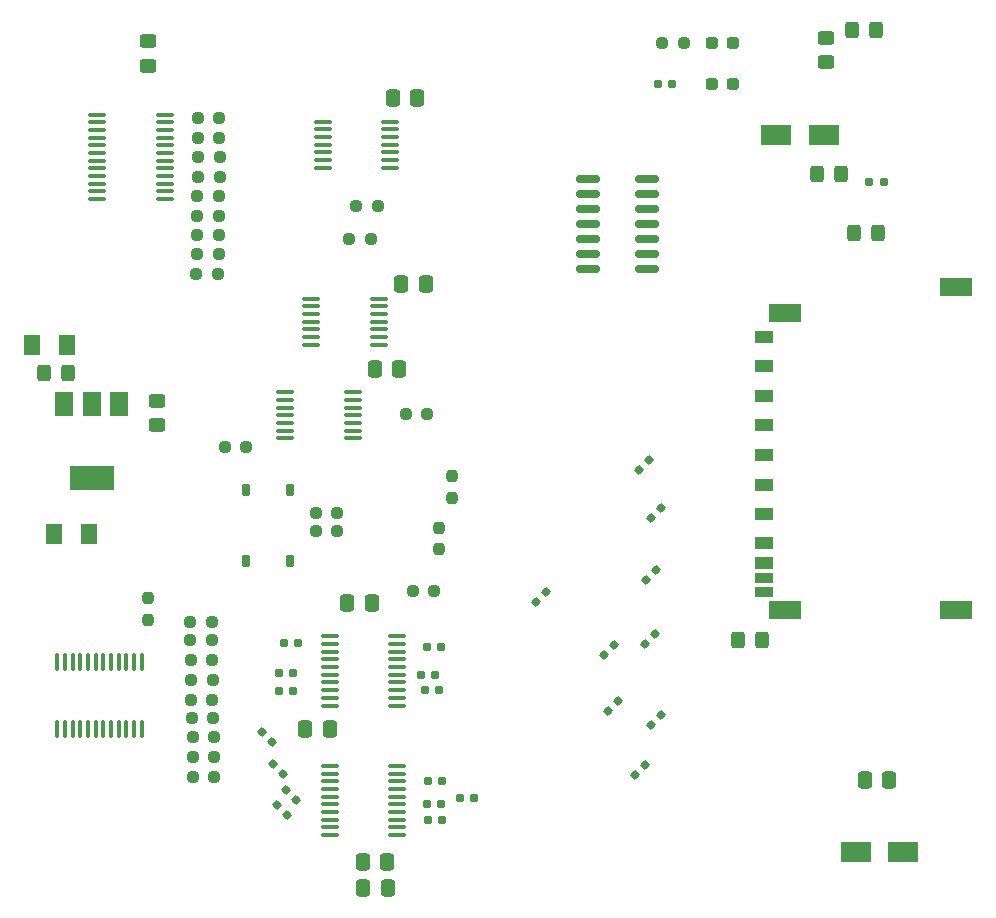
<source format=gbr>
%TF.GenerationSoftware,KiCad,Pcbnew,6.0.5-a6ca702e91~116~ubuntu21.10.1*%
%TF.CreationDate,2023-01-25T15:23:37-07:00*%
%TF.ProjectId,Desktop_50_Pin_TopConn,4465736b-746f-4705-9f35-305f50696e5f,rev?*%
%TF.SameCoordinates,Original*%
%TF.FileFunction,Paste,Top*%
%TF.FilePolarity,Positive*%
%FSLAX46Y46*%
G04 Gerber Fmt 4.6, Leading zero omitted, Abs format (unit mm)*
G04 Created by KiCad (PCBNEW 6.0.5-a6ca702e91~116~ubuntu21.10.1) date 2023-01-25 15:23:37*
%MOMM*%
%LPD*%
G01*
G04 APERTURE LIST*
G04 Aperture macros list*
%AMRoundRect*
0 Rectangle with rounded corners*
0 $1 Rounding radius*
0 $2 $3 $4 $5 $6 $7 $8 $9 X,Y pos of 4 corners*
0 Add a 4 corners polygon primitive as box body*
4,1,4,$2,$3,$4,$5,$6,$7,$8,$9,$2,$3,0*
0 Add four circle primitives for the rounded corners*
1,1,$1+$1,$2,$3*
1,1,$1+$1,$4,$5*
1,1,$1+$1,$6,$7*
1,1,$1+$1,$8,$9*
0 Add four rect primitives between the rounded corners*
20,1,$1+$1,$2,$3,$4,$5,0*
20,1,$1+$1,$4,$5,$6,$7,0*
20,1,$1+$1,$6,$7,$8,$9,0*
20,1,$1+$1,$8,$9,$2,$3,0*%
G04 Aperture macros list end*
%ADD10RoundRect,0.250001X0.462499X0.624999X-0.462499X0.624999X-0.462499X-0.624999X0.462499X-0.624999X0*%
%ADD11R,1.500000X2.000000*%
%ADD12R,3.800000X2.000000*%
%ADD13RoundRect,0.250000X-0.325000X-0.450000X0.325000X-0.450000X0.325000X0.450000X-0.325000X0.450000X0*%
%ADD14RoundRect,0.250000X0.450000X-0.325000X0.450000X0.325000X-0.450000X0.325000X-0.450000X-0.325000X0*%
%ADD15RoundRect,0.250000X0.325000X0.450000X-0.325000X0.450000X-0.325000X-0.450000X0.325000X-0.450000X0*%
%ADD16R,1.500000X0.960000*%
%ADD17R,1.500000X1.100000*%
%ADD18R,2.800000X1.500000*%
%ADD19R,2.500000X1.800000*%
%ADD20RoundRect,0.160000X0.026517X0.252791X-0.252791X-0.026517X-0.026517X-0.252791X0.252791X0.026517X0*%
%ADD21RoundRect,0.237500X-0.250000X-0.237500X0.250000X-0.237500X0.250000X0.237500X-0.250000X0.237500X0*%
%ADD22RoundRect,0.160000X-0.197500X-0.160000X0.197500X-0.160000X0.197500X0.160000X-0.197500X0.160000X0*%
%ADD23RoundRect,0.100000X-0.100000X0.637500X-0.100000X-0.637500X0.100000X-0.637500X0.100000X0.637500X0*%
%ADD24RoundRect,0.160000X0.197500X0.160000X-0.197500X0.160000X-0.197500X-0.160000X0.197500X-0.160000X0*%
%ADD25RoundRect,0.250000X0.337500X0.475000X-0.337500X0.475000X-0.337500X-0.475000X0.337500X-0.475000X0*%
%ADD26RoundRect,0.100000X-0.637500X-0.100000X0.637500X-0.100000X0.637500X0.100000X-0.637500X0.100000X0*%
%ADD27RoundRect,0.250000X-0.337500X-0.475000X0.337500X-0.475000X0.337500X0.475000X-0.337500X0.475000X0*%
%ADD28RoundRect,0.100000X0.637500X0.100000X-0.637500X0.100000X-0.637500X-0.100000X0.637500X-0.100000X0*%
%ADD29RoundRect,0.160000X0.252791X-0.026517X-0.026517X0.252791X-0.252791X0.026517X0.026517X-0.252791X0*%
%ADD30RoundRect,0.237500X0.250000X0.237500X-0.250000X0.237500X-0.250000X-0.237500X0.250000X-0.237500X0*%
%ADD31RoundRect,0.237500X0.237500X-0.250000X0.237500X0.250000X-0.237500X0.250000X-0.237500X-0.250000X0*%
%ADD32RoundRect,0.237500X0.287500X0.237500X-0.287500X0.237500X-0.287500X-0.237500X0.287500X-0.237500X0*%
%ADD33RoundRect,0.237500X-0.237500X0.250000X-0.237500X-0.250000X0.237500X-0.250000X0.237500X0.250000X0*%
%ADD34RoundRect,0.187500X0.187500X-0.312500X0.187500X0.312500X-0.187500X0.312500X-0.187500X-0.312500X0*%
%ADD35RoundRect,0.150000X0.825000X0.150000X-0.825000X0.150000X-0.825000X-0.150000X0.825000X-0.150000X0*%
G04 APERTURE END LIST*
D10*
%TO.C,C3*%
X116041500Y-93167200D03*
X113066500Y-93167200D03*
%TD*%
%TO.C,C4*%
X117870300Y-109118400D03*
X114895300Y-109118400D03*
%TD*%
D11*
%TO.C,U3*%
X120393220Y-98146920D03*
X118093220Y-98146920D03*
D12*
X118093220Y-104446920D03*
D11*
X115793220Y-98146920D03*
%TD*%
D13*
%TO.C,C7*%
X182658800Y-83667600D03*
X184708800Y-83667600D03*
%TD*%
D14*
%TO.C,C1*%
X122885200Y-69503400D03*
X122885200Y-67453400D03*
%TD*%
D15*
%TO.C,C2*%
X116078000Y-95554800D03*
X114028000Y-95554800D03*
%TD*%
D14*
%TO.C,C5*%
X123596400Y-99941600D03*
X123596400Y-97891600D03*
%TD*%
D13*
%TO.C,C6*%
X179476400Y-78638400D03*
X181526400Y-78638400D03*
%TD*%
%TO.C,C12*%
X172812600Y-118110000D03*
X174862600Y-118110000D03*
%TD*%
D16*
%TO.C,SD1*%
X175011080Y-114095780D03*
X175011080Y-112895780D03*
D17*
X175011080Y-111595780D03*
X175011080Y-109895780D03*
X175011080Y-107465780D03*
X175011080Y-104965780D03*
X175011080Y-102465780D03*
X175011080Y-99965780D03*
X175011080Y-97465780D03*
X175011080Y-94965780D03*
X175011080Y-92465780D03*
D18*
X176811080Y-115555780D03*
X176811080Y-90455780D03*
X191311080Y-115555780D03*
X191311080Y-88255780D03*
%TD*%
D19*
%TO.C,D1*%
X176070760Y-75410060D03*
X180070760Y-75410060D03*
%TD*%
%TO.C,D2*%
X186780000Y-136060000D03*
X182780000Y-136060000D03*
%TD*%
D20*
%TO.C,R42*%
X164963696Y-128711104D03*
X164118704Y-129556096D03*
%TD*%
D21*
%TO.C,R56*%
X166422700Y-67564000D03*
X168247700Y-67564000D03*
%TD*%
D22*
%TO.C,R30*%
X166077300Y-71069200D03*
X167272300Y-71069200D03*
%TD*%
D23*
%TO.C,U2*%
X122345400Y-119971900D03*
X121695400Y-119971900D03*
X121045400Y-119971900D03*
X120395400Y-119971900D03*
X119745400Y-119971900D03*
X119095400Y-119971900D03*
X118445400Y-119971900D03*
X117795400Y-119971900D03*
X117145400Y-119971900D03*
X116495400Y-119971900D03*
X115845400Y-119971900D03*
X115195400Y-119971900D03*
X115195400Y-125696900D03*
X115845400Y-125696900D03*
X116495400Y-125696900D03*
X117145400Y-125696900D03*
X117795400Y-125696900D03*
X118445400Y-125696900D03*
X119095400Y-125696900D03*
X119745400Y-125696900D03*
X120395400Y-125696900D03*
X121045400Y-125696900D03*
X121695400Y-125696900D03*
X122345400Y-125696900D03*
%TD*%
D24*
%TO.C,R54*%
X135178800Y-120954800D03*
X133983800Y-120954800D03*
%TD*%
D21*
%TO.C,R39*%
X126595500Y-124764800D03*
X128420500Y-124764800D03*
%TD*%
D20*
%TO.C,R16*%
X162322096Y-118551104D03*
X161477104Y-119396096D03*
%TD*%
D21*
%TO.C,R4*%
X127052700Y-83820000D03*
X128877700Y-83820000D03*
%TD*%
D24*
%TO.C,R50*%
X147511100Y-122377200D03*
X146316100Y-122377200D03*
%TD*%
D25*
%TO.C,C16*%
X185644700Y-129997200D03*
X183569700Y-129997200D03*
%TD*%
D21*
%TO.C,R33*%
X126495800Y-119837200D03*
X128320800Y-119837200D03*
%TD*%
D22*
%TO.C,R57*%
X183958900Y-79349600D03*
X185153900Y-79349600D03*
%TD*%
D21*
%TO.C,R36*%
X126646300Y-129743200D03*
X128471300Y-129743200D03*
%TD*%
D26*
%TO.C,U1*%
X118549500Y-73641000D03*
X118549500Y-74291000D03*
X118549500Y-74941000D03*
X118549500Y-75591000D03*
X118549500Y-76241000D03*
X118549500Y-76891000D03*
X118549500Y-77541000D03*
X118549500Y-78191000D03*
X118549500Y-78841000D03*
X118549500Y-79491000D03*
X118549500Y-80141000D03*
X118549500Y-80791000D03*
X124274500Y-80791000D03*
X124274500Y-80141000D03*
X124274500Y-79491000D03*
X124274500Y-78841000D03*
X124274500Y-78191000D03*
X124274500Y-77541000D03*
X124274500Y-76891000D03*
X124274500Y-76241000D03*
X124274500Y-75591000D03*
X124274500Y-74941000D03*
X124274500Y-74291000D03*
X124274500Y-73641000D03*
%TD*%
D21*
%TO.C,R5*%
X127052700Y-82194400D03*
X128877700Y-82194400D03*
%TD*%
%TO.C,R35*%
X126445000Y-116586000D03*
X128270000Y-116586000D03*
%TD*%
%TO.C,R1*%
X126546600Y-121513600D03*
X128371600Y-121513600D03*
%TD*%
D27*
%TO.C,C8*%
X141050100Y-136956800D03*
X143125100Y-136956800D03*
%TD*%
D21*
%TO.C,R38*%
X126646300Y-126339600D03*
X128471300Y-126339600D03*
%TD*%
D20*
%TO.C,R17*%
X165760400Y-117652800D03*
X164915408Y-118497792D03*
%TD*%
D21*
%TO.C,R9*%
X127105400Y-78892400D03*
X128930400Y-78892400D03*
%TD*%
D20*
%TO.C,R13*%
X156581696Y-114029904D03*
X155736704Y-114874896D03*
%TD*%
D13*
%TO.C,F3*%
X182455600Y-66497200D03*
X184505600Y-66497200D03*
%TD*%
D21*
%TO.C,R40*%
X126493900Y-123240800D03*
X128318900Y-123240800D03*
%TD*%
D24*
%TO.C,R45*%
X147765100Y-130098800D03*
X146570100Y-130098800D03*
%TD*%
D28*
%TO.C,U4*%
X143984900Y-134649400D03*
X143984900Y-133999400D03*
X143984900Y-133349400D03*
X143984900Y-132699400D03*
X143984900Y-132049400D03*
X143984900Y-131399400D03*
X143984900Y-130749400D03*
X143984900Y-130099400D03*
X143984900Y-129449400D03*
X143984900Y-128799400D03*
X138259900Y-128799400D03*
X138259900Y-129449400D03*
X138259900Y-130099400D03*
X138259900Y-130749400D03*
X138259900Y-131399400D03*
X138259900Y-132049400D03*
X138259900Y-132699400D03*
X138259900Y-133349400D03*
X138259900Y-133999400D03*
X138259900Y-134649400D03*
%TD*%
D20*
%TO.C,R18*%
X162642992Y-123310208D03*
X161798000Y-124155200D03*
%TD*%
D29*
%TO.C,R47*%
X135432800Y-131673600D03*
X134587808Y-130828608D03*
%TD*%
D27*
%TO.C,C15*%
X139729300Y-115011200D03*
X141804300Y-115011200D03*
%TD*%
D25*
%TO.C,C14*%
X145686600Y-72237600D03*
X143611600Y-72237600D03*
%TD*%
D24*
%TO.C,R53*%
X135178800Y-122428000D03*
X133983800Y-122428000D03*
%TD*%
D30*
%TO.C,R31*%
X138887200Y-108915200D03*
X137062200Y-108915200D03*
%TD*%
D21*
%TO.C,R3*%
X127054600Y-85445600D03*
X128879600Y-85445600D03*
%TD*%
D20*
%TO.C,R15*%
X165912800Y-112217200D03*
X165067808Y-113062192D03*
%TD*%
D30*
%TO.C,R32*%
X138887200Y-107340400D03*
X137062200Y-107340400D03*
%TD*%
D21*
%TO.C,R7*%
X127103500Y-75590400D03*
X128928500Y-75590400D03*
%TD*%
D24*
%TO.C,R43*%
X147675600Y-132029200D03*
X146480600Y-132029200D03*
%TD*%
D29*
%TO.C,R49*%
X133382192Y-126727392D03*
X132537200Y-125882400D03*
%TD*%
D21*
%TO.C,R8*%
X127105400Y-77266800D03*
X128930400Y-77266800D03*
%TD*%
%TO.C,R2*%
X126953000Y-87122000D03*
X128778000Y-87122000D03*
%TD*%
D31*
%TO.C,R27*%
X148590000Y-106066600D03*
X148590000Y-104241600D03*
%TD*%
D24*
%TO.C,R55*%
X135585200Y-118364000D03*
X134390200Y-118364000D03*
%TD*%
D20*
%TO.C,R12*%
X165303200Y-102870000D03*
X164458208Y-103714992D03*
%TD*%
D24*
%TO.C,R51*%
X147155500Y-121056400D03*
X145960500Y-121056400D03*
%TD*%
D20*
%TO.C,R19*%
X166268400Y-124460000D03*
X165423408Y-125304992D03*
%TD*%
D27*
%TO.C,C10*%
X141079400Y-139090400D03*
X143154400Y-139090400D03*
%TD*%
D30*
%TO.C,R24*%
X131214500Y-101752400D03*
X129389500Y-101752400D03*
%TD*%
D32*
%TO.C,D4*%
X172375800Y-67564000D03*
X170625800Y-67564000D03*
%TD*%
D25*
%TO.C,C9*%
X144162600Y-95148400D03*
X142087600Y-95148400D03*
%TD*%
D21*
%TO.C,R10*%
X127054600Y-80568800D03*
X128879600Y-80568800D03*
%TD*%
%TO.C,R34*%
X126443100Y-118160800D03*
X128268100Y-118160800D03*
%TD*%
D33*
%TO.C,R26*%
X147472400Y-108610400D03*
X147472400Y-110435400D03*
%TD*%
D32*
%TO.C,D3*%
X172375800Y-71069200D03*
X170625800Y-71069200D03*
%TD*%
D26*
%TO.C,U7*%
X136685100Y-89236000D03*
X136685100Y-89886000D03*
X136685100Y-90536000D03*
X136685100Y-91186000D03*
X136685100Y-91836000D03*
X136685100Y-92486000D03*
X136685100Y-93136000D03*
X142410100Y-93136000D03*
X142410100Y-92486000D03*
X142410100Y-91836000D03*
X142410100Y-91186000D03*
X142410100Y-90536000D03*
X142410100Y-89886000D03*
X142410100Y-89236000D03*
%TD*%
D21*
%TO.C,R37*%
X126646300Y-128066800D03*
X128471300Y-128066800D03*
%TD*%
D34*
%TO.C,SW1*%
X131153300Y-105458000D03*
X131153300Y-111458000D03*
X134903300Y-105458000D03*
X134903300Y-111458000D03*
%TD*%
D14*
%TO.C,F2*%
X180238400Y-69189600D03*
X180238400Y-67139600D03*
%TD*%
D31*
%TO.C,R41*%
X122834400Y-116431700D03*
X122834400Y-114606700D03*
%TD*%
D35*
%TO.C,U8*%
X165100000Y-86715600D03*
X165100000Y-85445600D03*
X165100000Y-84175600D03*
X165100000Y-82905600D03*
X165100000Y-81635600D03*
X165100000Y-80365600D03*
X165100000Y-79095600D03*
X160150000Y-79095600D03*
X160150000Y-80365600D03*
X160150000Y-81635600D03*
X160150000Y-82905600D03*
X160150000Y-84175600D03*
X160150000Y-85445600D03*
X160150000Y-86715600D03*
%TD*%
D21*
%TO.C,R23*%
X144678400Y-99009200D03*
X146503400Y-99009200D03*
%TD*%
%TO.C,R25*%
X145291800Y-113995200D03*
X147116800Y-113995200D03*
%TD*%
D26*
%TO.C,U5*%
X134500700Y-97160800D03*
X134500700Y-97810800D03*
X134500700Y-98460800D03*
X134500700Y-99110800D03*
X134500700Y-99760800D03*
X134500700Y-100410800D03*
X134500700Y-101060800D03*
X140225700Y-101060800D03*
X140225700Y-100410800D03*
X140225700Y-99760800D03*
X140225700Y-99110800D03*
X140225700Y-98460800D03*
X140225700Y-97810800D03*
X140225700Y-97160800D03*
%TD*%
D20*
%TO.C,R14*%
X166319200Y-106934000D03*
X165474208Y-107778992D03*
%TD*%
D28*
%TO.C,U9*%
X143984900Y-123676600D03*
X143984900Y-123026600D03*
X143984900Y-122376600D03*
X143984900Y-121726600D03*
X143984900Y-121076600D03*
X143984900Y-120426600D03*
X143984900Y-119776600D03*
X143984900Y-119126600D03*
X143984900Y-118476600D03*
X143984900Y-117826600D03*
X138259900Y-117826600D03*
X138259900Y-118476600D03*
X138259900Y-119126600D03*
X138259900Y-119776600D03*
X138259900Y-120426600D03*
X138259900Y-121076600D03*
X138259900Y-121726600D03*
X138259900Y-122376600D03*
X138259900Y-123026600D03*
X138259900Y-123676600D03*
%TD*%
D24*
%TO.C,R52*%
X147714300Y-118719600D03*
X146519300Y-118719600D03*
%TD*%
D26*
%TO.C,U6*%
X137650300Y-74250000D03*
X137650300Y-74900000D03*
X137650300Y-75550000D03*
X137650300Y-76200000D03*
X137650300Y-76850000D03*
X137650300Y-77500000D03*
X137650300Y-78150000D03*
X143375300Y-78150000D03*
X143375300Y-77500000D03*
X143375300Y-76850000D03*
X143375300Y-76200000D03*
X143375300Y-75550000D03*
X143375300Y-74900000D03*
X143375300Y-74250000D03*
%TD*%
D21*
%TO.C,R6*%
X127103500Y-73914000D03*
X128928500Y-73914000D03*
%TD*%
D25*
%TO.C,C11*%
X138277600Y-125679200D03*
X136202600Y-125679200D03*
%TD*%
D24*
%TO.C,R11*%
X147765100Y-133350000D03*
X146570100Y-133350000D03*
%TD*%
D25*
%TO.C,C13*%
X146405600Y-87985600D03*
X144330600Y-87985600D03*
%TD*%
D21*
%TO.C,R29*%
X140514700Y-81381600D03*
X142339700Y-81381600D03*
%TD*%
D24*
%TO.C,R44*%
X150457500Y-131521200D03*
X149262500Y-131521200D03*
%TD*%
D29*
%TO.C,R46*%
X134670800Y-132943600D03*
X133825808Y-132098608D03*
%TD*%
D30*
%TO.C,R28*%
X141730100Y-84175600D03*
X139905100Y-84175600D03*
%TD*%
D29*
%TO.C,R48*%
X134264400Y-129489200D03*
X133419408Y-128644208D03*
%TD*%
M02*

</source>
